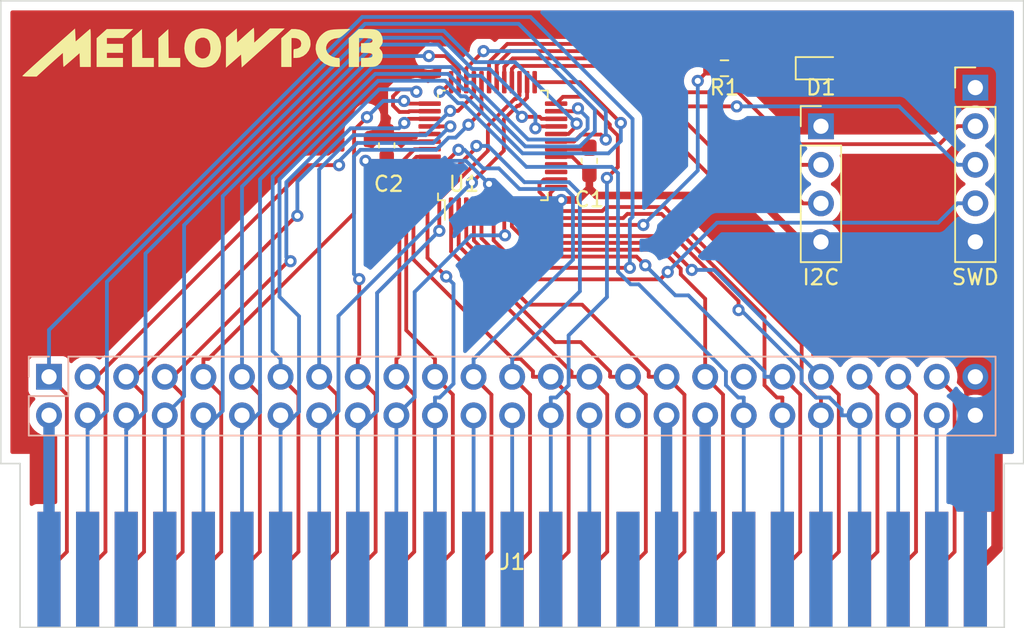
<source format=kicad_pcb>
(kicad_pcb (version 20211014) (generator pcbnew)
  (layers (0 "F.Cu" signal) (31 "B.Cu" signal) (34 "B.Paste" user) (35 "F.Paste" user) (36 "B.SilkS" user "B.Silkscreen") (37 "F.SilkS" user "F.Silkscreen") (38 "B.Mask" user) (39 "F.Mask" user) (44 "Edge.Cuts" user))
  (net 0 "")
  (net 1 "GND")
  (net 2 "Net-(C1-Pad2)")
  (net 3 "+5V")
  (net 4 "Net-(D1-Pad1)")
  (net 5 "/~{I{slash}O_SELECT}")
  (net 6 "/A0")
  (net 7 "/A1")
  (net 8 "/A2")
  (net 9 "/A3")
  (net 10 "/A4")
  (net 11 "/A5")
  (net 12 "/A6")
  (net 13 "/A7")
  (net 14 "/A8")
  (net 15 "/A9")
  (net 16 "/A10")
  (net 17 "/A11")
  (net 18 "/A12")
  (net 19 "/A13")
  (net 20 "/A14")
  (net 21 "/A15")
  (net 22 "/R{slash}W")
  (net 24 "/~{I{slash}0_STROBE}")
  (net 25 "/RDY")
  (net 26 "/~{DMA}")
  (net 27 "/INT_OUT")
  (net 28 "/DMA_OUT")
  (net 29 "/DMA_IN")
  (net 30 "/INT_IN")
  (net 31 "/~{NMI}")
  (net 32 "/~{IRQ}")
  (net 33 "/~{RES}")
  (net 34 "/~{INH}")
  (net 35 "/-12V")
  (net 36 "/-5V")
  (net 38 "/7M")
  (net 39 "/Q3")
  (net 40 "/PHI1")
  (net 41 "/USER_1")
  (net 42 "/PHI0")
  (net 43 "/~{DEVICE_SELECT}")
  (net 44 "/D7")
  (net 45 "/D6")
  (net 46 "/D5")
  (net 47 "/D4")
  (net 48 "/D3")
  (net 49 "/D2")
  (net 50 "/D1")
  (net 51 "/D0")
  (net 52 "/+12V")
  (net 55 "/SDA1")
  (net 56 "/SCL1")
  (net 57 "/ICE_DAT")
  (net 58 "/ICE_CLK")
  (net 59 "/~{RST}")
  (net 60 "Net-(R1-Pad2)")
  (footprint "Connector_PinHeader_2.54mm:PinHeader_1x05_P2.54mm_Vertical" (layer "F.Cu") (at 160.02 133.355)
    (fp_text reference "J4" hide)
    (fp_text value "SWD")
  )
  (footprint "toyoshim:Connector_Edge_02x25_AppleII" (layer "F.Cu") (at 129.54 165.1)
    (fp_text reference "J1")
    (fp_text value "AppleIIPeripheralConnector")
  )
  (footprint "LED_SMD:LED_0603_1608Metric_Pad1.05x0.95mm_HandSolder" (layer "F.Cu") (at 149.86 132.08)
    (fp_text reference "D1")
    (fp_text value "LED")
  )
  (footprint "toyoshim:MellowPCB" (layer "F.Cu") (at 109.22 131.064)
    (fp_text reference "G1" hide)
    (fp_text value "LOGO" hide)
  )
  (footprint "Capacitor_SMD:C_0603_1608Metric_Pad1.08x0.95mm_HandSolder" (layer "F.Cu") (at 121.285 137.16 -90)
    (fp_text reference "C2")
    (fp_text value "0.2u")
  )
  (footprint "Resistor_SMD:R_0603_1608Metric_Pad0.98x0.95mm_HandSolder" (layer "F.Cu") (at 143.51 132.08 180)
    (fp_text reference "R1")
    (fp_text value "R")
  )
  (footprint "Connector_PinHeader_2.54mm:PinHeader_1x04_P2.54mm_Vertical" (layer "F.Cu") (at 149.86 135.9)
    (fp_text reference "J3" hide)
    (fp_text value "I2C")
  )
  (footprint "Capacitor_SMD:C_0603_1608Metric_Pad1.08x0.95mm_HandSolder" (layer "F.Cu") (at 134.62 138.176 90)
    (fp_text reference "C1")
    (fp_text value "1u")
  )
  (footprint "Package_QFP:LQFP-48_7x7mm_P0.5mm" (layer "F.Cu") (at 128.27 137.16 90)
    (fp_text reference "U1")
    (fp_text value "NUC029LAN")
  )
  (footprint "toyoshim:PinHeader_2x25_P2.54mm_Vertical_Clockwise" (layer "B.Cu") (at 99.06 152.4 -90)
    (fp_text reference "J2" hide)
    (fp_text value "Conn_02x25_Counter_Clockwise")
  )
  (gr_line (start 97.155 168.91) (end 97.155 158.115) (layer "Edge.Cuts") (width 0.1))
  (gr_line (start 95.885 127.635) (end 163.195 127.635) (layer "Edge.Cuts") (width 0.1))
  (gr_line (start 163.195 158.115) (end 161.925 158.115) (layer "Edge.Cuts") (width 0.1))
  (gr_line (start 95.885 158.115) (end 95.885 127.635) (layer "Edge.Cuts") (width 0.1))
  (gr_line (start 161.925 158.115) (end 161.925 168.91) (layer "Edge.Cuts") (width 0.1))
  (gr_line (start 97.155 158.115) (end 95.885 158.115) (layer "Edge.Cuts") (width 0.1))
  (gr_line (start 163.195 127.635) (end 163.195 158.115) (layer "Edge.Cuts") (width 0.1))
  (gr_line (start 161.925 168.91) (end 97.155 168.91) (layer "Edge.Cuts") (width 0.1))
  (segment (start 119.888 138.176) (end 121.132 138.176) (width 0.25) (layer "F.Cu") (net 1))
  (segment (start 145.4979 140.4582) (end 135.0904 140.4582) (width 0.5) (layer "F.Cu") (net 1))
  (segment (start 135.0904 140.4582) (end 134.62 139.9878) (width 0.5) (layer "F.Cu") (net 1))
  (segment (start 133.8495 140.7583) (end 132.7723 140.7583) (width 0.5) (layer "F.Cu") (net 1))
  (segment (start 132.4325 137.91) (end 133.492 137.91) (width 0.25) (layer "F.Cu") (net 1))
  (segment (start 121.2085 138.099) (end 121.285 138.0225) (width 0.5) (layer "F.Cu") (net 1))
  (segment (start 134.62 139.9878) (end 134.62 139.0385) (width 0.5) (layer "F.Cu") (net 1))
  (segment (start 134.62 139.9878) (end 133.8495 140.7583) (width 0.5) (layer "F.Cu") (net 1))
  (segment (start 128.02 141.322) (end 128.02 141.3225) (width 0.25) (layer "F.Cu") (net 1))
  (segment (start 121.132 138.176) (end 121.2085 138.099) (width 0.25) (layer "F.Cu") (net 1))
  (segment (start 133.492 137.91) (end 134.62 139.038) (width 0.25) (layer "F.Cu") (net 1))
  (segment (start 132.432 137.91) (end 132.4325 137.91) (width 0.25) (layer "F.Cu") (net 1))
  (segment (start 134.62 139.038) (end 134.62 139.0385) (width 0.5) (layer "F.Cu") (net 1))
  (segment (start 121.2085 138.099) (end 121.285 138.022) (width 0.25) (layer "F.Cu") (net 1))
  (segment (start 128.02 139.704) (end 128.016 139.7) (width 0.25) (layer "F.Cu") (net 1))
  (segment (start 128.02 141.322) (end 128.02 139.704) (width 0.25) (layer "F.Cu") (net 1))
  (segment (start 149.86 143.52) (end 148.5597 143.52) (width 0.5) (layer "F.Cu") (net 1))
  (segment (start 148.5597 143.52) (end 145.4979 140.4582) (width 0.5) (layer "F.Cu") (net 1))
  (via (at 132.7723 140.7583) (size 0.8) (drill 0.4) (layers "F.Cu" "B.Cu") (net 1))
  (via (at 128.016 139.7) (size 0.8) (drill 0.4) (layers "F.Cu" "B.Cu") (net 1))
  (via (at 119.888 138.176) (size 0.8) (drill 0.4) (layers "F.Cu" "B.Cu") (net 1))
  (segment (start 160.02 143.515) (end 161.445 144.94) (width 0.75) (layer "B.Cu") (net 1))
  (segment (start 160.02 165.1) (end 160.02 154.94) (width 0.75) (layer "B.Cu") (net 1))
  (segment (start 128.016 139.7) (end 129.0743 140.7583) (width 0.5) (layer "B.Cu") (net 1))
  (segment (start 126.492 138.176) (end 128.016 139.7) (width 0.25) (layer "B.Cu") (net 1))
  (segment (start 161.445 144.94) (end 161.445 153.515) (width 0.75) (layer "B.Cu") (net 1))
  (segment (start 119.888 138.176) (end 126.492 138.176) (width 0.25) (layer "B.Cu") (net 1))
  (segment (start 160.015 143.52) (end 160.02 143.515) (width 0.75) (layer "B.Cu") (net 1))
  (segment (start 161.445 153.515) (end 160.02 154.94) (width 0.75) (layer "B.Cu") (net 1))
  (segment (start 149.86 143.52) (end 160.015 143.52) (width 0.75) (layer "B.Cu") (net 1))
  (segment (start 129.0743 140.7583) (end 132.7723 140.7583) (width 0.5) (layer "B.Cu") (net 1))
  (segment (start 134.524 137.41) (end 132.4325 137.41) (width 0.25) (layer "F.Cu") (net 2))
  (segment (start 132.4325 137.41) (end 132.432 137.41) (width 0.25) (layer "F.Cu") (net 2))
  (segment (start 134.62 137.314) (end 134.524 137.41) (width 0.25) (layer "F.Cu") (net 2))
  (segment (start 134.62 137.314) (end 134.62 137.3135) (width 0.25) (layer "F.Cu") (net 2))
  (segment (start 121.398 136.41) (end 124.1075 136.41) (width 0.25) (layer "F.Cu") (net 3))
  (segment (start 124.1075 136.41) (end 124.108 136.41) (width 0.25) (layer "F.Cu") (net 3))
  (segment (start 152.01 133.75) (end 152.01 133.355) (width 0.75) (layer "F.Cu") (net 3))
  (segment (start 121.124 133.0054) (end 121.124 136.1365) (width 0.5) (layer "F.Cu") (net 3))
  (segment (start 124.108 136.91) (end 124.1075 136.91) (width 0.25) (layer "F.Cu") (net 3))
  (segment (start 121.898 136.91) (end 121.285 136.298) (width 0.25) (layer "F.Cu") (net 3))
  (segment (start 161.445 153.825) (end 160.02 152.4) (width 0.75) (layer "F.Cu") (net 3))
  (segment (start 160.02 152.4) (end 161.925 150.495) (width 0.75) (layer "F.Cu") (net 3))
  (segment (start 121.124 136.1365) (end 121.285 136.2975) (width 0.5) (layer "F.Cu") (net 3))
  (segment (start 149.86 135.9) (end 152.01 133.75) (width 0.75) (layer "F.Cu") (net 3))
  (segment (start 148.5515 129.8965) (end 124.2329 129.8965) (width 0.5) (layer "F.Cu") (net 3))
  (segment (start 150.735 132.08) (end 148.5515 129.8965) (width 0.5) (layer "F.Cu") (net 3))
  (segment (start 161.445 163.675) (end 161.445 153.825) (width 0.75) (layer "F.Cu") (net 3))
  (segment (start 161.925 150.495) (end 161.925 135.26) (width 0.75) (layer "F.Cu") (net 3))
  (segment (start 160.02 133.355) (end 152.01 133.355) (width 0.75) (layer "F.Cu") (net 3))
  (segment (start 121.285 136.298) (end 121.398 136.41) (width 0.25) (layer "F.Cu") (net 3))
  (segment (start 121.285 136.2975) (end 121.285 136.298) (width 0.5) (layer "F.Cu") (net 3))
  (segment (start 124.2329 129.8965) (end 121.124 133.0054) (width 0.5) (layer "F.Cu") (net 3))
  (segment (start 160.02 165.1) (end 161.445 163.675) (width 0.75) (layer "F.Cu") (net 3))
  (segment (start 124.1075 136.91) (end 121.898 136.91) (width 0.25) (layer "F.Cu") (net 3))
  (segment (start 161.925 135.26) (end 160.02 133.355) (width 0.75) (layer "F.Cu") (net 3))
  (segment (start 152.01 133.355) (end 150.735 132.08) (width 0.75) (layer "F.Cu") (net 3))
  (segment (start 148.985 132.08) (end 144.4225 132.08) (width 0.25) (layer "F.Cu") (net 4))
  (segment (start 144.4225 132.08) (end 144.422 132.08) (width 0.25) (layer "F.Cu") (net 4))
  (segment (start 100.235 163.925) (end 100.235 153.575) (width 0.25) (layer "F.Cu") (net 5))
  (segment (start 127.52 143.2779) (end 127.52 141.3225) (width 0.25) (layer "F.Cu") (net 5))
  (segment (start 99.06 165.1) (end 100.235 163.925) (width 0.25) (layer "F.Cu") (net 5))
  (segment (start 137.2818 145.2237) (end 129.4658 145.2237) (width 0.25) (layer "F.Cu") (net 5))
  (segment (start 100.235 153.575) (end 99.06 152.4) (width 0.25) (layer "F.Cu") (net 5))
  (segment (start 129.4658 145.2237) (end 127.52 143.2779) (width 0.25) (layer "F.Cu") (net 5))
  (via (at 137.2818 145.2237) (size 0.8) (drill 0.4) (layers "F.Cu" "B.Cu") (net 5))
  (segment (start 137.2818 142.0531) (end 137.2818 145.2237) (width 0.25) (layer "B.Cu") (net 5))
  (segment (start 137.4612 135.42) (end 137.4612 141.8737) (width 0.25) (layer "B.Cu") (net 5))
  (segment (start 130.7443 128.7031) (end 137.4612 135.42) (width 0.25) (layer "B.Cu") (net 5))
  (segment (start 137.4612 141.8737) (end 137.2818 142.0531) (width 0.25) (layer "B.Cu") (net 5))
  (segment (start 119.6713 128.7031) (end 130.7443 128.7031) (width 0.25) (layer "B.Cu") (net 5))
  (segment (start 99.06 149.3144) (end 119.6713 128.7031) (width 0.25) (layer "B.Cu") (net 5))
  (segment (start 99.06 152.4) (end 99.06 149.3144) (width 0.25) (layer "B.Cu") (net 5))
  (segment (start 101.8991 152.6991) (end 101.6 152.4) (width 0.25) (layer "F.Cu") (net 6))
  (segment (start 101.8991 152.6991) (end 116.1365 138.4617) (width 0.25) (layer "F.Cu") (net 6))
  (segment (start 116.1365 138.4617) (end 118.1472 138.4617) (width 0.25) (layer "F.Cu") (net 6))
  (segment (start 101.6 165.1) (end 102.775 163.925) (width 0.25) (layer "F.Cu") (net 6))
  (segment (start 124.1075 135.91) (end 125.468 135.91) (width 0.25) (layer "F.Cu") (net 6))
  (segment (start 102.775 163.925) (end 102.775 153.575) (width 0.25) (layer "F.Cu") (net 6))
  (segment (start 102.775 153.575) (end 101.8991 152.6991) (width 0.25) (layer "F.Cu") (net 6))
  (via (at 118.1472 138.4617) (size 0.8) (drill 0.4) (layers "F.Cu" "B.Cu") (net 6))
  (via (at 125.468 135.91) (size 0.8) (drill 0.4) (layers "F.Cu" "B.Cu") (net 6))
  (segment (start 124.3525 137.0002) (end 125.4427 135.91) (width 0.25) (layer "B.Cu") (net 6))
  (segment (start 118.1472 138.4617) (end 118.1472 138.1923) (width 0.25) (layer "B.Cu") (net 6))
  (segment (start 119.3393 137.0002) (end 124.3525 137.0002) (width 0.25) (layer "B.Cu") (net 6))
  (segment (start 118.1472 138.1923) (end 119.3393 137.0002) (width 0.25) (layer "B.Cu") (net 6))
  (segment (start 125.4427 135.91) (end 125.468 135.91) (width 0.25) (layer "B.Cu") (net 6))
  (segment (start 104.4391 152.6991) (end 104.14 152.4) (width 0.25) (layer "F.Cu") (net 7))
  (segment (start 122.7122 135.41) (end 122.4389 135.6833) (width 0.25) (layer "F.Cu") (net 7))
  (segment (start 124.1075 135.41) (end 122.7122 135.41) (width 0.25) (layer "F.Cu") (net 7))
  (segment (start 105.315 153.575) (end 104.4391 152.6991) (width 0.25) (layer "F.Cu") (net 7))
  (segment (start 115.3393 141.7989) (end 115.4043 141.7989) (width 0.25) (layer "F.Cu") (net 7))
  (segment (start 105.315 163.925) (end 105.315 153.575) (width 0.25) (layer "F.Cu") (net 7))
  (segment (start 104.4391 152.6991) (end 115.3393 141.7989) (width 0.25) (layer "F.Cu") (net 7))
  (segment (start 104.14 165.1) (end 105.315 163.925) (width 0.25) (layer "F.Cu") (net 7))
  (via (at 122.4389 135.6833) (size 0.8) (drill 0.4) (layers "F.Cu" "B.Cu") (net 7))
  (via (at 115.4043 141.7989) (size 0.8) (drill 0.4) (layers "F.Cu" "B.Cu") (net 7))
  (segment (start 122.0887 136.0335) (end 118.9128 136.0335) (width 0.25) (layer "B.Cu") (net 7))
  (segment (start 122.4389 135.6833) (end 122.0887 136.0335) (width 0.25) (layer "B.Cu") (net 7))
  (segment (start 118.9128 136.0335) (end 115.4043 139.542) (width 0.25) (layer "B.Cu") (net 7))
  (segment (start 115.4043 139.542) (end 115.4043 141.7989) (width 0.25) (layer "B.Cu") (net 7))
  (segment (start 107.855 153.575) (end 106.9416 152.6616) (width 0.25) (layer "F.Cu") (net 8))
  (segment (start 124.1075 134.91) (end 122.773 134.91) (width 0.25) (layer "F.Cu") (net 8))
  (segment (start 106.9416 152.6616) (end 106.68 152.4) (width 0.25) (layer "F.Cu") (net 8))
  (segment (start 122.1242 134.9579) (end 121.6993 134.533) (width 0.25) (layer "F.Cu") (net 8))
  (segment (start 114.8148 144.7884) (end 114.954 144.7884) (width 0.25) (layer "F.Cu") (net 8))
  (segment (start 122.1594 133.4721) (end 123.0789 133.4721) (width 0.25) (layer "F.Cu") (net 8))
  (segment (start 106.9416 152.6616) (end 114.8148 144.7884) (width 0.25) (layer "F.Cu") (net 8))
  (segment (start 121.6993 134.533) (end 121.6993 133.9322) (width 0.25) (layer "F.Cu") (net 8))
  (segment (start 121.6993 133.9322) (end 122.1594 133.4721) (width 0.25) (layer "F.Cu") (net 8))
  (segment (start 106.68 165.1) (end 107.855 163.925) (width 0.25) (layer "F.Cu") (net 8))
  (segment (start 123.0789 133.4721) (end 123.2342 133.6274) (width 0.25) (layer "F.Cu") (net 8))
  (segment (start 122.773 134.91) (end 122.7251 134.9579) (width 0.25) (layer "F.Cu") (net 8))
  (segment (start 122.7251 134.9579) (end 122.1242 134.9579) (width 0.25) (layer "F.Cu") (net 8))
  (segment (start 107.855 163.925) (end 107.855 153.575) (width 0.25) (layer "F.Cu") (net 8))
  (via (at 123.2342 133.6274) (size 0.8) (drill 0.4) (layers "F.Cu" "B.Cu") (net 8))
  (via (at 114.954 144.7884) (size 0.8) (drill 0.4) (layers "F.Cu" "B.Cu") (net 8))
  (segment (start 114.954 144.7884) (end 114.6789 144.5133) (width 0.25) (layer "B.Cu") (net 8))
  (segment (start 120.7896 133.4721) (end 123.0789 133.4721) (width 0.25) (layer "B.Cu") (net 8))
  (segment (start 114.6789 144.5133) (end 114.6789 139.5828) (width 0.25) (layer "B.Cu") (net 8))
  (segment (start 114.6789 139.5828) (end 120.7896 133.4721) (width 0.25) (layer "B.Cu") (net 8))
  (segment (start 123.0789 133.4721) (end 123.2342 133.6274) (width 0.25) (layer "B.Cu") (net 8))
  (segment (start 109.22 165.1) (end 110.395 163.925) (width 0.25) (layer "F.Cu") (net 9))
  (segment (start 109.5435 151.2247) (end 119.1373 141.6309) (width 0.25) (layer "F.Cu") (net 9))
  (segment (start 119.1373 141.6309) (end 119.1373 136.1505) (width 0.25) (layer "F.Cu") (net 9))
  (segment (start 119.1373 136.1505) (end 119.985 135.3028) (width 0.25) (layer "F.Cu") (net 9))
  (segment (start 124.1075 134.41) (end 122.602 134.41) (width 0.25) (layer "F.Cu") (net 9))
  (segment (start 109.22 151.2247) (end 109.5435 151.2247) (width 0.25) (layer "F.Cu") (net 9))
  (segment (start 110.395 163.925) (end 110.395 153.575) (width 0.25) (layer "F.Cu") (net 9))
  (segment (start 109.22 152.4) (end 109.22 151.2247) (width 0.25) (layer "F.Cu") (net 9))
  (segment (start 110.395 153.575) (end 109.22 152.4) (width 0.25) (layer "F.Cu") (net 9))
  (segment (start 122.602 134.41) (end 122.4246 134.2326) (width 0.25) (layer "F.Cu") (net 9))
  (via (at 119.985 135.3028) (size 0.8) (drill 0.4) (layers "F.Cu" "B.Cu") (net 9))
  (via (at 122.4246 134.2326) (size 0.8) (drill 0.4) (layers "F.Cu" "B.Cu") (net 9))
  (segment (start 121.0552 134.2326) (end 122.4246 134.2326) (width 0.25) (layer "B.Cu") (net 9))
  (segment (start 119.985 135.3028) (end 121.0552 134.2326) (width 0.25) (layer "B.Cu") (net 9))
  (segment (start 126.02 132.1463) (end 125.1498 131.2761) (width 0.25) (layer "F.Cu") (net 10))
  (segment (start 112.935 163.925) (end 112.935 153.575) (width 0.25) (layer "F.Cu") (net 10))
  (segment (start 126.02 132.9975) (end 126.02 132.1463) (width 0.25) (layer "F.Cu") (net 10))
  (segment (start 125.1498 131.2761) (end 124.0558 131.2761) (width 0.25) (layer "F.Cu") (net 10))
  (segment (start 112.935 153.575) (end 111.76 152.4) (width 0.25) (layer "F.Cu") (net 10))
  (segment (start 111.76 165.1) (end 112.935 163.925) (width 0.25) (layer "F.Cu") (net 10))
  (via (at 124.0558 131.2761) (size 0.8) (drill 0.4) (layers "F.Cu" "B.Cu") (net 10))
  (segment (start 111.76 139.8729) (end 120.3568 131.2761) (width 0.25) (layer "B.Cu") (net 10))
  (segment (start 111.76 152.4) (end 111.76 151.2247) (width 0.25) (layer "B.Cu") (net 10))
  (segment (start 120.3568 131.2761) (end 124.0558 131.2761) (width 0.25) (layer "B.Cu") (net 10))
  (segment (start 111.76 151.2247) (end 111.76 139.8729) (width 0.25) (layer "B.Cu") (net 10))
  (segment (start 126.52 132.9975) (end 126.52 132.0862) (width 0.25) (layer "F.Cu") (net 11))
  (segment (start 114.3 165.1) (end 115.475 163.925) (width 0.25) (layer "F.Cu") (net 11))
  (segment (start 126.52 132.0862) (end 127.6557 130.9505) (width 0.25) (layer "F.Cu") (net 11))
  (segment (start 115.475 163.925) (end 115.475 153.575) (width 0.25) (layer "F.Cu") (net 11))
  (segment (start 115.475 153.575) (end 114.3 152.4) (width 0.25) (layer "F.Cu") (net 11))
  (via (at 127.6557 130.9505) (size 0.8) (drill 0.4) (layers "F.Cu" "B.Cu") (net 11))
  (segment (start 127.6557 130.9505) (end 131.1249 130.9505) (width 0.25) (layer "B.Cu") (net 11))
  (segment (start 125.3221 132.4517) (end 120.5346 132.4517) (width 0.25) (layer "B.Cu") (net 11))
  (segment (start 133.9928 137.227) (end 130.4052 137.227) (width 0.25) (layer "B.Cu") (net 11))
  (segment (start 114.3 152.4) (end 114.3 151.2247) (width 0.25) (layer "B.Cu") (net 11))
  (segment (start 126.3474 133.477) (end 125.3221 132.4517) (width 0.25) (layer "B.Cu") (net 11))
  (segment (start 134.9804 134.806) (end 134.9804 136.2394) (width 0.25) (layer "B.Cu") (net 11))
  (segment (start 131.1249 130.9505) (end 134.9804 134.806) (width 0.25) (layer "B.Cu") (net 11))
  (segment (start 134.9804 136.2394) (end 133.9928 137.227) (width 0.25) (layer "B.Cu") (net 11))
  (segment (start 130.4052 137.227) (end 126.6552 133.477) (width 0.25) (layer "B.Cu") (net 11))
  (segment (start 113.7783 139.208) (end 113.7783 150.703) (width 0.25) (layer "B.Cu") (net 11))
  (segment (start 126.6552 133.477) (end 126.3474 133.477) (width 0.25) (layer "B.Cu") (net 11))
  (segment (start 120.5346 132.4517) (end 113.7783 139.208) (width 0.25) (layer "B.Cu") (net 11))
  (segment (start 113.7783 150.703) (end 114.3 151.2247) (width 0.25) (layer "B.Cu") (net 11))
  (segment (start 116.84 165.1) (end 118.015 163.925) (width 0.25) (layer "F.Cu") (net 12))
  (segment (start 125.979 134.8853) (end 125.456 134.8853) (width 0.25) (layer "F.Cu") (net 12))
  (segment (start 127.02 132.9975) (end 127.02 133.8443) (width 0.25) (layer "F.Cu") (net 12))
  (segment (start 118.015 163.925) (end 118.015 153.575) (width 0.25) (layer "F.Cu") (net 12))
  (segment (start 127.02 133.8443) (end 125.979 134.8853) (width 0.25) (layer "F.Cu") (net 12))
  (segment (start 118.015 153.575) (end 116.84 152.4) (width 0.25) (layer "F.Cu") (net 12))
  (via (at 125.456 134.8853) (size 0.8) (drill 0.4) (layers "F.Cu" "B.Cu") (net 12))
  (segment (start 119.0993 136.4839) (end 123.8574 136.4839) (width 0.25) (layer "B.Cu") (net 12))
  (segment (start 116.84 152.4) (end 116.84 151.2247) (width 0.25) (layer "B.Cu") (net 12))
  (segment (start 123.8574 136.4839) (end 125.456 134.8853) (width 0.25) (layer "B.Cu") (net 12))
  (segment (start 116.84 138.7432) (end 119.0993 136.4839) (width 0.25) (layer "B.Cu") (net 12))
  (segment (start 116.84 151.2247) (end 116.84 138.7432) (width 0.25) (layer "B.Cu") (net 12))
  (segment (start 119.38 152.4) (end 119.38 151.2247) (width 0.25) (layer "F.Cu") (net 13))
  (segment (start 119.4746 151.1301) (end 119.38 151.2247) (width 0.25) (layer "F.Cu") (net 13))
  (segment (start 127.52 134.944) (end 126.6629 135.8011) (width 0.25) (layer "F.Cu") (net 13))
  (segment (start 119.4746 145.971) (end 119.4746 151.1301) (width 0.25) (layer "F.Cu") (net 13))
  (segment (start 119.38 165.1) (end 120.555 163.925) (width 0.25) (layer "F.Cu") (net 13))
  (segment (start 120.555 163.925) (end 120.555 153.575) (width 0.25) (layer "F.Cu") (net 13))
  (segment (start 127.52 132.9975) (end 127.52 134.944) (width 0.25) (layer "F.Cu") (net 13))
  (segment (start 120.555 153.575) (end 119.38 152.4) (width 0.25) (layer "F.Cu") (net 13))
  (via (at 126.6629 135.8011) (size 0.8) (drill 0.4) (layers "F.Cu" "B.Cu") (net 13))
  (via (at 119.4746 145.971) (size 0.8) (drill 0.4) (layers "F.Cu" "B.Cu") (net 13))
  (segment (start 119.4746 145.971) (end 119.1298 145.6262) (width 0.25) (layer "B.Cu") (net 13))
  (segment (start 124.5506 137.4506) (end 125.352 136.6492) (width 0.25) (layer "B.Cu") (net 13))
  (segment (start 119.5521 137.4506) (end 124.5506 137.4506) (width 0.25) (layer "B.Cu") (net 13))
  (segment (start 125.352 136.6492) (end 125.8148 136.6492) (width 0.25) (layer "B.Cu") (net 13))
  (segment (start 119.1298 137.8729) (end 119.5521 137.4506) (width 0.25) (layer "B.Cu") (net 13))
  (segment (start 119.1298 145.6262) (end 119.1298 137.8729) (width 0.25) (layer "B.Cu") (net 13))
  (segment (start 125.8148 136.6492) (end 126.6629 135.8011) (width 0.25) (layer "B.Cu") (net 13))
  (segment (start 122.1182 138.4044) (end 122.1182 151.0265) (width 0.25) (layer "F.Cu") (net 14))
  (segment (start 121.92 165.1) (end 123.095 163.925) (width 0.25) (layer "F.Cu") (net 14))
  (segment (start 124.1075 137.41) (end 123.1126 137.41) (width 0.25) (layer "F.Cu") (net 14))
  (segment (start 122.1182 151.0265) (end 121.92 151.2247) (width 0.25) (layer "F.Cu") (net 14))
  (segment (start 123.095 153.575) (end 121.92 152.4) (width 0.25) (layer "F.Cu") (net 14))
  (segment (start 123.095 163.925) (end 123.095 153.575) (width 0.25) (layer "F.Cu") (net 14))
  (segment (start 123.1126 137.41) (end 122.1182 138.4044) (width 0.25) (layer "F.Cu") (net 14))
  (segment (start 121.92 152.4) (end 121.92 151.2247) (width 0.25) (layer "F.Cu") (net 14))
  (segment (start 122.5686 149.3333) (end 122.5686 138.5909) (width 0.25) (layer "F.Cu") (net 15))
  (segment (start 124.46 165.1) (end 125.635 163.925) (width 0.25) (layer "F.Cu") (net 15))
  (segment (start 125.635 163.925) (end 125.635 153.575) (width 0.25) (layer "F.Cu") (net 15))
  (segment (start 124.46 152.4) (end 124.46 151.2247) (width 0.25) (layer "F.Cu") (net 15))
  (segment (start 124.46 151.2247) (end 122.5686 149.3333) (width 0.25) (layer "F.Cu") (net 15))
  (segment (start 123.2495 137.91) (end 124.1075 137.91) (width 0.25) (layer "F.Cu") (net 15))
  (segment (start 122.5686 138.5909) (end 123.2495 137.91) (width 0.25) (layer "F.Cu") (net 15))
  (segment (start 125.635 153.575) (end 124.46 152.4) (width 0.25) (layer "F.Cu") (net 15))
  (segment (start 125.0449 138.41) (end 126.0052 137.4497) (width 0.25) (layer "F.Cu") (net 16))
  (segment (start 127 165.1) (end 128.175 163.925) (width 0.25) (layer "F.Cu") (net 16))
  (segment (start 124.1075 138.41) (end 125.0449 138.41) (width 0.25) (layer "F.Cu") (net 16))
  (segment (start 128.175 163.925) (end 128.175 153.575) (width 0.25) (layer "F.Cu") (net 16))
  (segment (start 128.175 153.575) (end 127 152.4) (width 0.25) (layer "F.Cu") (net 16))
  (via (at 126.0052 137.4497) (size 0.8) (drill 0.4) (layers "F.Cu" "B.Cu") (net 16))
  (segment (start 133.5389 140.4991) (end 133.5389 144.6858) (width 0.25) (layer "B.Cu") (net 16))
  (segment (start 128.6627 138.6748) (end 130.0209 140.033) (width 0.25) (layer "B.Cu") (net 16))
  (segment (start 126.0052 137.4497) (end 126.4052 137.4497) (width 0.25) (layer "B.Cu") (net 16))
  (segment (start 127 152.4) (end 127 151.2247) (width 0.25) (layer "B.Cu") (net 16))
  (segment (start 133.0728 140.033) (end 133.5389 140.4991) (width 0.25) (layer "B.Cu") (net 16))
  (segment (start 133.5389 144.6858) (end 127 151.2247) (width 0.25) (layer "B.Cu") (net 16))
  (segment (start 126.4052 137.4497) (end 127.6303 138.6748) (width 0.25) (layer "B.Cu") (net 16))
  (segment (start 127.6303 138.6748) (end 128.6627 138.6748) (width 0.25) (layer "B.Cu") (net 16))
  (segment (start 130.0209 140.033) (end 133.0728 140.033) (width 0.25) (layer "B.Cu") (net 16))
  (segment (start 130.715 153.575) (end 129.54 152.4) (width 0.25) (layer "F.Cu") (net 17))
  (segment (start 124.1075 138.91) (end 125.5744 138.91) (width 0.25) (layer "F.Cu") (net 17))
  (segment (start 127.1849 137.2995) (end 127.1849 137.1969) (width 0.25) (layer "F.Cu") (net 17))
  (segment (start 125.5744 138.91) (end 127.1849 137.2995) (width 0.25) (layer "F.Cu") (net 17))
  (segment (start 130.715 163.925) (end 130.715 153.575) (width 0.25) (layer "F.Cu") (net 17))
  (segment (start 129.54 165.1) (end 130.715 163.925) (width 0.25) (layer "F.Cu") (net 17))
  (via (at 127.1849 137.1969) (size 0.8) (drill 0.4) (layers "F.Cu" "B.Cu") (net 17))
  (segment (start 133.2773 139.5826) (end 130.3443 139.5826) (width 0.25) (layer "B.Cu") (net 17))
  (segment (start 129.54 151.2247) (end 133.9949 146.7698) (width 0.25) (layer "B.Cu") (net 17))
  (segment (start 133.9949 146.7698) (end 133.9949 140.3002) (width 0.25) (layer "B.Cu") (net 17))
  (segment (start 130.3443 139.5826) (end 127.9586 137.1969) (width 0.25) (layer "B.Cu") (net 17))
  (segment (start 129.54 152.4) (end 129.54 151.2247) (width 0.25) (layer "B.Cu") (net 17))
  (segment (start 127.9586 137.1969) (end 127.1849 137.1969) (width 0.25) (layer "B.Cu") (net 17))
  (segment (start 133.9949 140.3002) (end 133.2773 139.5826) (width 0.25) (layer "B.Cu") (net 17))
  (segment (start 133.255 163.925) (end 133.255 153.575) (width 0.25) (layer "F.Cu") (net 18))
  (segment (start 123.2909 139.41) (end 124.1075 139.41) (width 0.25) (layer "F.Cu") (net 18))
  (segment (start 123.0415 144.6767) (end 123.0415 139.6594) (width 0.25) (layer "F.Cu") (net 18))
  (segment (start 132.08 152.4) (end 130.9047 152.4) (width 0.25) (layer "F.Cu") (net 18))
  (segment (start 132.08 165.1) (end 133.255 163.925) (width 0.25) (layer "F.Cu") (net 18))
  (segment (start 129.5895 151.2247) (end 123.0415 144.6767) (width 0.25) (layer "F.Cu") (net 18))
  (segment (start 130.9047 152.0326) (end 130.0968 151.2247) (width 0.25) (layer "F.Cu") (net 18))
  (segment (start 133.255 153.575) (end 132.08 152.4) (width 0.25) (layer "F.Cu") (net 18))
  (segment (start 130.0968 151.2247) (end 129.5895 151.2247) (width 0.25) (layer "F.Cu") (net 18))
  (segment (start 123.0415 139.6594) (end 123.2909 139.41) (width 0.25) (layer "F.Cu") (net 18))
  (segment (start 130.9047 152.4) (end 130.9047 152.0326) (width 0.25) (layer "F.Cu") (net 18))
  (segment (start 125.52 141.3225) (end 125.52 144.1491) (width 0.25) (layer "F.Cu") (net 19))
  (segment (start 134.62 152.4) (end 133.4447 152.4) (width 0.25) (layer "F.Cu") (net 19))
  (segment (start 135.795 163.925) (end 135.795 153.575) (width 0.25) (layer "F.Cu") (net 19))
  (segment (start 135.795 153.575) (end 134.62 152.4) (width 0.25) (layer "F.Cu") (net 19))
  (segment (start 125.52 144.1491) (end 133.4447 152.0738) (width 0.25) (layer "F.Cu") (net 19))
  (segment (start 133.4447 152.0738) (end 133.4447 152.4) (width 0.25) (layer "F.Cu") (net 19))
  (segment (start 134.62 165.1) (end 135.795 163.925) (width 0.25) (layer "F.Cu") (net 19))
  (segment (start 126.02 141.3225) (end 126.02 143.7686) (width 0.25) (layer "F.Cu") (net 20))
  (segment (start 137.16 165.1) (end 138.335 163.925) (width 0.25) (layer "F.Cu") (net 20))
  (segment (start 137.16 152.4) (end 135.9847 152.4) (width 0.25) (layer "F.Cu") (net 20))
  (segment (start 134.0409 150.1133) (end 135.9847 152.0571) (width 0.25) (layer "F.Cu") (net 20))
  (segment (start 138.335 153.575) (end 137.16 152.4) (width 0.25) (layer "F.Cu") (net 20))
  (segment (start 126.02 143.7686) (end 132.3647 150.1133) (width 0.25) (layer "F.Cu") (net 20))
  (segment (start 135.9847 152.0571) (end 135.9847 152.4) (width 0.25) (layer "F.Cu") (net 20))
  (segment (start 132.3647 150.1133) (end 134.0409 150.1133) (width 0.25) (layer "F.Cu") (net 20))
  (segment (start 138.335 163.925) (end 138.335 153.575) (width 0.25) (layer "F.Cu") (net 20))
  (segment (start 140.875 153.575) (end 139.7 152.4) (width 0.25) (layer "F.Cu") (net 21))
  (segment (start 139.7 165.1) (end 140.875 163.925) (width 0.25) (layer "F.Cu") (net 21))
  (segment (start 126.52 143.5595) (end 130.611 147.6505) (width 0.25) (layer "F.Cu") (net 21))
  (segment (start 134.1425 147.6505) (end 138.5247 152.0327) (width 0.25) (layer "F.Cu") (net 21))
  (segment (start 139.7 152.4) (end 138.5247 152.4) (width 0.25) (layer "F.Cu") (net 21))
  (segment (start 126.52 141.3225) (end 126.52 143.5595) (width 0.25) (layer "F.Cu") (net 21))
  (segment (start 138.5247 152.0327) (end 138.5247 152.4) (width 0.25) (layer "F.Cu") (net 21))
  (segment (start 130.611 147.6505) (end 134.1425 147.6505) (width 0.25) (layer "F.Cu") (net 21))
  (segment (start 140.875 163.925) (end 140.875 153.575) (width 0.25) (layer "F.Cu") (net 21))
  (segment (start 139.3767 144.0313) (end 131.0489 144.0313) (width 0.25) (layer "F.Cu") (net 22))
  (segment (start 143.415 153.575) (end 142.24 152.4) (width 0.25) (layer "F.Cu") (net 22))
  (segment (start 142.24 147.2646) (end 142.2399 147.2646) (width 0.25) (layer "F.Cu") (net 22))
  (segment (start 142.24 152.4) (end 142.24 151.2247) (width 0.25) (layer "F.Cu") (net 22))
  (segment (start 129.52 142.5024) (end 129.52 141.3225) (width 0.25) (layer "F.Cu") (net 22))
  (segment (start 142.24 165.1) (end 143.415 163.925) (width 0.25) (layer "F.Cu") (net 22))
  (segment (start 131.0489 144.0313) (end 129.52 142.5024) (width 0.25) (layer "F.Cu") (net 22))
  (segment (start 143.415 163.925) (end 143.415 153.575) (width 0.25) (layer "F.Cu") (net 22))
  (segment (start 140.6322 145.2868) (end 139.3767 144.0313) (width 0.25) (layer "F.Cu") (net 22))
  (segment (start 142.2399 147.2646) (end 140.6322 145.6569) (width 0.25) (layer "F.Cu") (net 22))
  (segment (start 140.6322 145.6569) (end 140.6322 145.2868) (width 0.25) (layer "F.Cu") (net 22))
  (segment (start 142.24 151.2247) (end 142.24 147.2646) (width 0.25) (layer "F.Cu") (net 22))
  (segment (start 138.2994 145.0584) (end 137.7226 144.4816) (width 0.25) (layer "F.Cu") (net 24))
  (segment (start 129.3869 144.4816) (end 128.319 143.4137) (width 0.25) (layer "F.Cu") (net 24))
  (segment (start 128.52 142.1586) (end 128.52 141.3225) (width 0.25) (layer "F.Cu") (net 24))
  (segment (start 137.7226 144.4816) (end 129.3869 144.4816) (width 0.25) (layer "F.Cu") (net 24))
  (segment (start 148.495 153.575) (end 147.32 152.4) (width 0.25) (layer "F.Cu") (net 24))
  (segment (start 128.319 143.4137) (end 128.319 142.3596) (width 0.25) (layer "F.Cu") (net 24))
  (segment (start 128.319 142.3596) (end 128.52 142.1586) (width 0.25) (layer "F.Cu") (net 24))
  (segment (start 147.32 165.1) (end 148.495 163.925) (width 0.25) (layer "F.Cu") (net 24))
  (segment (start 148.495 163.925) (end 148.495 153.575) (width 0.25) (layer "F.Cu") (net 24))
  (via (at 138.2994 145.0584) (size 0.8) (drill 0.4) (layers "F.Cu" "B.Cu") (net 24))
  (segment (start 141.136 147.0403) (end 146.1447 152.049) (width 0.25) (layer "B.Cu") (net 24))
  (segment (start 147.32 152.4) (end 146.1447 152.4) (width 0.25) (layer "B.Cu") (net 24))
  (segment (start 138.2994 145.0584) (end 140.2813 147.0403) (width 0.25) (layer "B.Cu") (net 24))
  (segment (start 146.1447 152.049) (end 146.1447 152.4) (width 0.25) (layer "B.Cu") (net 24))
  (segment (start 140.2813 147.0403) (end 141.136 147.0403) (width 0.25) (layer "B.Cu") (net 24))
  (segment (start 141.3613 145.3603) (end 139.582 143.581) (width 0.25) (layer "F.Cu") (net 25))
  (segment (start 151.035 153.575) (end 149.86 152.4) (width 0.25) (layer "F.Cu") (net 25))
  (segment (start 149.86 165.1) (end 151.035 163.925) (width 0.25) (layer "F.Cu") (net 25))
  (segment (start 139.582 143.581) (end 131.2539 143.581) (width 0.25) (layer "F.Cu") (net 25))
  (segment (start 130.02 142.3471) (end 130.02 141.3225) (width 0.25) (layer "F.Cu") (net 25))
  (segment (start 131.2539 143.581) (end 130.02 142.3471) (width 0.25) (layer "F.Cu") (net 25))
  (segment (start 151.035 163.925) (end 151.035 153.575) (width 0.25) (layer "F.Cu") (net 25))
  (via (at 141.3613 145.3603) (size 0.8) (drill 0.4) (layers "F.Cu" "B.Cu") (net 25))
  (segment (start 142.8203 145.3603) (end 141.3613 145.3603) (width 0.25) (layer "B.Cu") (net 25))
  (segment (start 149.86 152.4) (end 142.8203 145.3603) (width 0.25) (layer "B.Cu") (net 25))
  (segment (start 153.575 153.575) (end 152.4 152.4) (width 0.25) (layer "F.Cu") (net 26))
  (segment (start 153.575 163.925) (end 153.575 153.575) (width 0.25) (layer "F.Cu") (net 26))
  (segment (start 152.4 165.1) (end 153.575 163.925) (width 0.25) (layer "F.Cu") (net 26))
  (segment (start 154.94 152.4) (end 156.115 153.575) (width 0.25) (layer "F.Cu") (net 27))
  (segment (start 156.115 163.925) (end 154.94 165.1) (width 0.25) (layer "F.Cu") (net 27))
  (segment (start 156.115 153.575) (end 156.115 163.925) (width 0.25) (layer "F.Cu") (net 27))
  (segment (start 158.655 163.925) (end 158.655 153.575) (width 0.25) (layer "F.Cu") (net 28))
  (segment (start 157.48 165.1) (end 158.655 163.925) (width 0.25) (layer "F.Cu") (net 28))
  (segment (start 158.655 153.575) (end 157.48 152.4) (width 0.25) (layer "F.Cu") (net 28))
  (segment (start 157.48 154.94) (end 157.48 165.1) (width 0.25) (layer "B.Cu") (net 29))
  (segment (start 154.94 165.1) (end 154.94 154.94) (width 0.25) (layer "B.Cu") (net 30))
  (segment (start 140.1577 143.1307) (end 131.4405 143.1307) (width 0.25) (layer "F.Cu") (net 31))
  (segment (start 144.4359 148.0037) (end 144.4359 147.4089) (width 0.25) (layer "F.Cu") (net 31))
  (segment (start 130.52 142.2102) (end 130.52 141.3225) (width 0.25) (layer "F.Cu") (net 31))
  (segment (start 144.4359 147.4089) (end 140.1577 143.1307) (width 0.25) (layer "F.Cu") (net 31))
  (segment (start 131.4405 143.1307) (end 130.52 142.2102) (width 0.25) (layer "F.Cu") (net 31))
  (via (at 144.4359 148.0037) (size 0.8) (drill 0.4) (layers "F.Cu" "B.Cu") (net 31))
  (segment (start 152.4 154.94) (end 152.4 165.1) (width 0.25) (layer "B.Cu") (net 31))
  (segment (start 151.2247 154.5726) (end 150.4168 153.7647) (width 0.25) (layer "B.Cu") (net 31))
  (segment (start 152.4 154.94) (end 151.2247 154.94) (width 0.25) (layer "B.Cu") (net 31))
  (segment (start 149.5237 153.7647) (end 148.59 152.831) (width 0.25) (layer "B.Cu") (net 31))
  (segment (start 144.5979 148.0037) (end 144.4359 148.0037) (width 0.25) (layer "B.Cu") (net 31))
  (segment (start 148.59 152.831) (end 148.59 151.9958) (width 0.25) (layer "B.Cu") (net 31))
  (segment (start 150.4168 153.7647) (end 149.5237 153.7647) (width 0.25) (layer "B.Cu") (net 31))
  (segment (start 151.2247 154.94) (end 151.2247 154.5726) (width 0.25) (layer "B.Cu") (net 31))
  (segment (start 148.59 151.9958) (end 144.5979 148.0037) (width 0.25) (layer "B.Cu") (net 31))
  (segment (start 135.7316 141.2201) (end 135.468 141.4837) (width 0.25) (layer "F.Cu") (net 32))
  (segment (start 132.047 140.2955) (end 132.4325 139.91) (width 0.25) (layer "F.Cu") (net 32))
  (segment (start 148.59 150.242) (end 139.5681 141.2201) (width 0.25) (layer "F.Cu") (net 32))
  (segment (start 148.59 152.7976) (end 148.59 150.242) (width 0.25) (layer "F.Cu") (net 32))
  (segment (start 149.5571 153.7647) (end 148.59 152.7976) (width 0.25) (layer "F.Cu") (net 32))
  (segment (start 135.468 141.4837) (end 132.4281 141.4837) (width 0.25) (layer "F.Cu") (net 32))
  (segment (start 149.86 153.7647) (end 149.5571 153.7647) (width 0.25) (layer "F.Cu") (net 32))
  (segment (start 149.86 154.94) (end 149.86 153.7647) (width 0.25) (layer "F.Cu") (net 32))
  (segment (start 132.4281 141.4837) (end 132.047 141.1026) (width 0.25) (layer "F.Cu") (net 32))
  (segment (start 132.047 141.1026) (end 132.047 140.2955) (width 0.25) (layer "F.Cu") (net 32))
  (segment (start 139.5681 141.2201) (end 135.7316 141.2201) (width 0.25) (layer "F.Cu") (net 32))
  (segment (start 149.86 165.1) (end 149.86 154.94) (width 0.25) (layer "B.Cu") (net 32))
  (segment (start 131.3354 139.7029) (end 131.6283 139.41) (width 0.25) (layer "F.Cu") (net 33))
  (segment (start 147.32 153.7647) (end 146.9526 153.7647) (width 0.25) (layer "F.Cu") (net 33))
  (segment (start 136.8432 141.9489) (end 132.2268 141.9489) (width 0.25) (layer "F.Cu") (net 33))
  (segment (start 146.1447 152.9568) (end 146.1447 148.4483) (width 0.25) (layer "F.Cu") (net 33))
  (segment (start 132.2268 141.9489) (end 131.5966 141.3187) (width 0.25) (layer "F.Cu") (net 33))
  (segment (start 131.6283 139.41) (end 132.4325 139.41) (width 0.25) (layer "F.Cu") (net 33))
  (segment (start 147.32 154.94) (end 147.32 153.7647) (width 0.25) (layer "F.Cu") (net 33))
  (segment (start 146.1447 148.4483) (end 139.3703 141.6739) (width 0.25) (layer "F.Cu") (net 33))
  (segment (start 139.3703 141.6739) (end 137.1182 141.6739) (width 0.25) (layer "F.Cu") (net 33))
  (segment (start 131.5966 140.4866) (end 131.3354 140.2254) (width 0.25) (layer "F.Cu") (net 33))
  (segment (start 137.1182 141.6739) (end 136.8432 141.9489) (width 0.25) (layer "F.Cu") (net 33))
  (segment (start 131.3354 140.2254) (end 131.3354 139.7029) (width 0.25) (layer "F.Cu") (net 33))
  (segment (start 131.5966 141.3187) (end 131.5966 140.4866) (width 0.25) (layer "F.Cu") (net 33))
  (segment (start 146.9526 153.7647) (end 146.1447 152.9568) (width 0.25) (layer "F.Cu") (net 33))
  (segment (start 147.32 154.94) (end 147.32 165.1) (width 0.25) (layer "B.Cu") (net 33))
  (segment (start 124.8901 133.6274) (end 124.7692 133.6274) (width 0.25) (layer "F.Cu") (net 34))
  (segment (start 125.52 132.9975) (end 124.8901 133.6274) (width 0.25) (layer "F.Cu") (net 34))
  (via (at 124.7692 133.6274) (size 0.8) (drill 0.4) (layers "F.Cu" "B.Cu") (net 34))
  (segment (start 144.78 153.7647) (end 144.4126 153.7647) (width 0.25) (layer "B.Cu") (net 34))
  (segment (start 125.224 133.6274) (end 124.7692 133.6274) (width 0.25) (layer "B.Cu") (net 34))
  (segment (start 125.9742 134.3776) (end 125.224 133.6274) (width 0.25) (layer "B.Cu") (net 34))
  (segment (start 137.3359 146.3132) (end 136.5034 145.4807) (width 0.25) (layer "B.Cu") (net 34))
  (segment (start 144.78 165.1) (end 144.78 154.94) (width 0.25) (layer "B.Cu") (net 34))
  (segment (start 144.78 154.94) (end 144.78 153.7647) (width 0.25) (layer "B.Cu") (net 34))
  (segment (start 137.868 146.3132) (end 137.3359 146.3132) (width 0.25) (layer "B.Cu") (net 34))
  (segment (start 136.5034 145.4807) (end 136.5034 138.9913) (width 0.25) (layer "B.Cu") (net 34))
  (segment (start 143.6047 152.0499) (end 137.868 146.3132) (width 0.25) (layer "B.Cu") (net 34))
  (segment (start 144.4126 153.7647) (end 143.6047 152.9568) (width 0.25) (layer "B.Cu") (net 34))
  (segment (start 126.2761 134.3776) (end 125.9742 134.3776) (width 0.25) (layer "B.Cu") (net 34))
  (segment (start 136.09 138.5779) (end 130.4764 138.5779) (width 0.25) (layer "B.Cu") (net 34))
  (segment (start 143.6047 152.9568) (end 143.6047 152.0499) (width 0.25) (layer "B.Cu") (net 34))
  (segment (start 136.5034 138.9913) (end 136.09 138.5779) (width 0.25) (layer "B.Cu") (net 34))
  (segment (start 130.4764 138.5779) (end 126.2761 134.3776) (width 0.25) (layer "B.Cu") (net 34))
  (segment (start 142.24 154.94) (end 142.24 165.1) (width 0.75) (layer "B.Cu") (net 35))
  (segment (start 139.7 165.1) (end 139.7 154.94) (width 0.75) (layer "B.Cu") (net 36))
  (segment (start 134.62 154.94) (end 134.62 165.1) (width 0.25) (layer "B.Cu") (net 38))
  (segment (start 136.4915 138.5875) (end 136.4915 136.5125) (width 0.25) (layer "F.Cu") (net 39))
  (segment (start 135.9632 135.9842) (end 135.9632 135.7842) (width 0.25) (layer "F.Cu") (net 39))
  (segment (start 132.8825 133.96) (end 132.4325 134.41) (width 0.25) (layer "F.Cu") (net 39))
  (segment (start 136.4915 136.5125) (end 135.9632 135.9842) (width 0.25) (layer "F.Cu") (net 39))
  (segment (start 134.139 133.96) (end 132.8825 133.96) (width 0.25) (layer "F.Cu") (net 39))
  (segment (start 135.7757 139.3033) (end 136.4915 138.5875) (width 0.25) (layer "F.Cu") (net 39))
  (segment (start 135.9632 135.7842) (end 134.139 133.96) (width 0.25) (layer "F.Cu") (net 39))
  (via (at 135.7757 139.3033) (size 0.8) (drill 0.4) (layers "F.Cu" "B.Cu") (net 39))
  (segment (start 132.08 165.1) (end 132.08 154.94) (width 0.25) (layer "B.Cu") (net 39))
  (segment (start 133.2553 149.6713) (end 133.2553 152.9568) (width 0.25) (layer "B.Cu") (net 39))
  (segment (start 132.08 154.94) (end 132.08 153.7647) (width 0.25) (layer "B.Cu") (net 39))
  (segment (start 132.4474 153.7647) (end 132.08 153.7647) (width 0.25) (layer "B.Cu") (net 39))
  (segment (start 133.2553 152.9568) (end 132.4474 153.7647) (width 0.25) (layer "B.Cu") (net 39))
  (segment (start 135.7757 139.3033) (end 135.7757 147.1509) (width 0.25) (layer "B.Cu") (net 39))
  (segment (start 135.7757 147.1509) (end 133.2553 149.6713) (width 0.25) (layer "B.Cu") (net 39))
  (segment (start 129.54 154.94) (end 129.54 165.1) (width 0.25) (layer "B.Cu") (net 40))
  (segment (start 127 165.1) (end 127 154.94) (width 0.25) (layer "B.Cu") (net 41))
  (segment (start 123.9677 144.5679) (end 123.9677 140.0498) (width 0.25) (layer "F.Cu") (net 42))
  (segment (start 123.9677 140.0498) (end 124.1075 139.91) (width 0.25) (layer "F.Cu") (net 42))
  (segment (start 125.1963 145.7965) (end 123.9677 144.5679) (width 0.25) (layer "F.Cu") (net 42))
  (via (at 125.1963 145.7965) (size 0.8) (drill 0.4) (layers "F.Cu" "B.Cu") (net 42))
  (segment (start 124.46 153.7647) (end 124.7718 153.7647) (width 0.25) (layer "B.Cu") (net 42))
  (segment (start 124.7718 153.7647) (end 125.6774 152.8591) (width 0.25) (layer "B.Cu") (net 42))
  (segment (start 125.6774 146.2776) (end 125.1963 145.7965) (width 0.25) (layer "B.Cu") (net 42))
  (segment (start 124.46 154.94) (end 124.46 153.7647) (width 0.25) (layer "B.Cu") (net 42))
  (segment (start 125.6774 152.8591) (end 125.6774 146.2776) (width 0.25) (layer "B.Cu") (net 42))
  (segment (start 124.46 154.94) (end 124.46 165.1) (width 0.25) (layer "B.Cu") (net 42))
  (segment (start 129.02 143.0355) (end 129.0686 143.0841) (width 0.25) (layer "F.Cu") (net 43))
  (segment (start 129.02 141.3225) (end 129.02 143.0355) (width 0.25) (layer "F.Cu") (net 43))
  (via (at 129.0686 143.0841) (size 0.8) (drill 0.4) (layers "F.Cu" "B.Cu") (net 43))
  (segment (start 123.1245 153.7472) (end 123.1245 146.8088) (width 0.25) (layer "B.Cu") (net 43))
  (segment (start 121.92 154.9517) (end 121.92 154.94) (width 0.25) (layer "B.Cu") (net 43))
  (segment (start 121.92 165.1) (end 121.92 154.9517) (width 0.25) (layer "B.Cu") (net 43))
  (segment (start 121.92 154.9517) (end 123.1245 153.7472) (width 0.25) (layer "B.Cu") (net 43))
  (segment (start 126.8492 143.0841) (end 129.0686 143.0841) (width 0.25) (layer "B.Cu") (net 43))
  (segment (start 123.1245 146.8088) (end 126.8492 143.0841) (width 0.25) (layer "B.Cu") (net 43))
  (segment (start 129.7969 134.1033) (end 129.6958 134.1033) (width 0.25) (layer "F.Cu") (net 44))
  (segment (start 127.9412 135.8579) (end 127.9412 137.517) (width 0.25) (layer "F.Cu") (net 44))
  (segment (start 127.9412 137.517) (end 124.7439 140.7143) (width 0.25) (layer "F.Cu") (net 44))
  (segment (start 129.6958 134.1033) (end 127.9412 135.8579) (width 0.25) (layer "F.Cu") (net 44))
  (segment (start 124.7439 140.7143) (end 124.7439 142.7865) (width 0.25) (layer "F.Cu") (net 44))
  (segment (start 130.02 133.8802) (end 129.7969 134.1033) (width 0.25) (layer "F.Cu") (net 44))
  (segment (start 130.02 132.9975) (end 130.02 133.8802) (width 0.25) (layer "F.Cu") (net 44))
  (via (at 124.7439 142.7865) (size 0.8) (drill 0.4) (layers "F.Cu" "B.Cu") (net 44))
  (segment (start 119.38 155.9135) (end 119.38 165.1) (width 0.25) (layer "B.Cu") (net 44))
  (segment (start 120.6503 154.6432) (end 120.6503 146.8801) (width 0.25) (layer "B.Cu") (net 44))
  (segment (start 120.6503 146.8801) (end 124.7439 142.7865) (width 0.25) (layer "B.Cu") (net 44))
  (segment (start 119.38 154.94) (end 119.38 155.9135) (width 0.25) (layer "B.Cu") (net 44))
  (segment (start 119.38 155.9135) (end 120.6503 154.6432) (width 0.25) (layer "B.Cu") (net 44))
  (segment (start 130.52 132.9975) (end 130.52 134.0172) (width 0.25) (layer "F.Cu") (net 45))
  (segment (start 129.9836 134.5536) (end 129.8824 134.5536) (width 0.25) (layer "F.Cu") (net 45))
  (segment (start 129.8824 134.5536) (end 128.9893 135.4467) (width 0.25) (layer "F.Cu") (net 45))
  (segment (start 128.9893 135.4467) (end 128.9893 137.5091) (width 0.25) (layer "F.Cu") (net 45))
  (segment (start 130.52 134.0172) (end 129.9836 134.5536) (width 0.25) (layer "F.Cu") (net 45))
  (segment (start 128.9893 137.5091) (end 126.8908 139.6076) (width 0.25) (layer "F.Cu") (net 45))
  (via (at 126.8908 139.6076) (size 0.8) (drill 0.4) (layers "F.Cu" "B.Cu") (net 45))
  (segment (start 116.84 165.1) (end 116.84 155.9135) (width 0.25) (layer "B.Cu") (net 45))
  (segment (start 116.84 155.9135) (end 116.84 154.94) (width 0.25) (layer "B.Cu") (net 45))
  (segment (start 116.84 155.9135) (end 118.11 154.6435) (width 0.25) (layer "B.Cu") (net 45))
  (segment (start 118.11 154.6435) (end 118.11 148.3884) (width 0.25) (layer "B.Cu") (net 45))
  (segment (start 118.11 148.3884) (end 126.8908 139.6076) (width 0.25) (layer "B.Cu") (net 45))
  (segment (start 136.6885 135.6838) (end 134.0022 132.9975) (width 0.25) (layer "F.Cu") (net 46))
  (segment (start 134.0022 132.9975) (end 131.02 132.9975) (width 0.25) (layer "F.Cu") (net 46))
  (via (at 136.6885 135.6838) (size 0.8) (drill 0.4) (layers "F.Cu" "B.Cu") (net 46))
  (segment (start 114.3 154.94) (end 114.3 155.9135) (width 0.25) (layer "B.Cu") (net 46))
  (segment (start 120.7212 132.902) (end 125.1355 132.902) (width 0.25) (layer "B.Cu") (net 46))
  (segment (start 114.2286 147.1282) (end 114.2286 139.3946) (width 0.25) (layer "B.Cu") (net 46))
  (segment (start 130.2259 137.6847) (end 135.8755 137.6847) (width 0.25) (layer "B.Cu") (net 46))
  (segment (start 126.1608 133.9273) (end 126.4685 133.9273) (width 0.25) (layer "B.Cu") (net 46))
  (segment (start 125.1355 132.902) (end 126.1608 133.9273) (width 0.25) (layer "B.Cu") (net 46))
  (segment (start 114.2286 139.3946) (end 120.7212 132.902) (width 0.25) (layer "B.Cu") (net 46))
  (segment (start 114.3 155.9135) (end 114.3 165.1) (width 0.25) (layer "B.Cu") (net 46))
  (segment (start 135.8755 137.6847) (end 136.6885 136.8717) (width 0.25) (layer "B.Cu") (net 46))
  (segment (start 126.4685 133.9273) (end 130.2259 137.6847) (width 0.25) (layer "B.Cu") (net 46))
  (segment (start 136.6885 136.8717) (end 136.6885 135.6838) (width 0.25) (layer "B.Cu") (net 46))
  (segment (start 115.5133 148.4129) (end 114.2286 147.1282) (width 0.25) (layer "B.Cu") (net 46))
  (segment (start 115.5133 154.7002) (end 115.5133 148.4129) (width 0.25) (layer "B.Cu") (net 46))
  (segment (start 114.3 155.9135) (end 115.5133 154.7002) (width 0.25) (layer "B.Cu") (net 46))
  (segment (start 133.6858 134.91) (end 133.8719 134.7239) (width 0.25) (layer "F.Cu") (net 47))
  (segment (start 132.4325 134.91) (end 133.6858 134.91) (width 0.25) (layer "F.Cu") (net 47))
  (via (at 133.8719 134.7239) (size 0.8) (drill 0.4) (layers "F.Cu" "B.Cu") (net 47))
  (segment (start 120.3439 132.0014) (end 125.5087 132.0014) (width 0.25) (layer "B.Cu") (net 47))
  (segment (start 111.76 165.1) (end 111.76 155.9135) (width 0.25) (layer "B.Cu") (net 47))
  (segment (start 111.76 155.9135) (end 112.9467 154.7268) (width 0.25) (layer "B.Cu") (net 47))
  (segment (start 134.5039 135.3559) (end 133.8719 134.7239) (width 0.25) (layer "B.Cu") (net 47))
  (segment (start 126.8419 133.0267) (end 130.5919 136.7767) (width 0.25) (layer "B.Cu") (net 47))
  (segment (start 130.5919 136.7767) (end 133.7749 136.7767) (width 0.25) (layer "B.Cu") (net 47))
  (segment (start 112.9467 154.7268) (end 112.9467 139.3986) (width 0.25) (layer "B.Cu") (net 47))
  (segment (start 112.9467 139.3986) (end 120.3439 132.0014) (width 0.25) (layer "B.Cu") (net 47))
  (segment (start 134.5039 136.0477) (end 134.5039 135.3559) (width 0.25) (layer "B.Cu") (net 47))
  (segment (start 126.534 133.0267) (end 126.8419 133.0267) (width 0.25) (layer "B.Cu") (net 47))
  (segment (start 133.7749 136.7767) (end 134.5039 136.0477) (width 0.25) (layer "B.Cu") (net 47))
  (segment (start 111.76 155.9135) (end 111.76 154.94) (width 0.25) (layer "B.Cu") (net 47))
  (segment (start 125.5087 132.0014) (end 126.534 133.0267) (width 0.25) (layer "B.Cu") (net 47))
  (segment (start 130.1828 135.2789) (end 131.3427 135.2789) (width 0.25) (layer "F.Cu") (net 48))
  (segment (start 131.4738 135.41) (end 132.4325 135.41) (width 0.25) (layer "F.Cu") (net 48))
  (segment (start 131.3427 135.2789) (end 131.4738 135.41) (width 0.25) (layer "F.Cu") (net 48))
  (via (at 130.1828 135.2789) (size 0.8) (drill 0.4) (layers "F.Cu" "B.Cu") (net 48))
  (segment (start 109.22 154.94) (end 109.22 155.9135) (width 0.25) (layer "B.Cu") (net 48))
  (segment (start 124.6648 130.5206) (end 126.7206 132.5764) (width 0.25) (layer "B.Cu") (net 48))
  (segment (start 127.4803 132.5764) (end 130.1828 135.2789) (width 0.25) (layer "B.Cu") (net 48))
  (segment (start 110.49 154.6435) (end 110.49 140.5057) (width 0.25) (layer "B.Cu") (net 48))
  (segment (start 109.22 155.9135) (end 110.49 154.6435) (width 0.25) (layer "B.Cu") (net 48))
  (segment (start 109.22 155.9135) (end 109.22 165.1) (width 0.25) (layer "B.Cu") (net 48))
  (segment (start 120.4751 130.5206) (end 124.6648 130.5206) (width 0.25) (layer "B.Cu") (net 48))
  (segment (start 110.49 140.5057) (end 120.4751 130.5206) (width 0.25) (layer "B.Cu") (net 48))
  (segment (start 126.7206 132.5764) (end 127.4803 132.5764) (width 0.25) (layer "B.Cu") (net 48))
  (segment (start 131.1899 135.91) (end 131.0689 136.031) (width 0.25) (layer "F.Cu") (net 49))
  (segment (start 132.4325 135.91) (end 131.1899 135.91) (width 0.25) (layer "F.Cu") (net 49))
  (via (at 131.0689 136.031) (size 0.8) (drill 0.4) (layers "F.Cu" "B.Cu") (net 49))
  (segment (start 106.68 154.9458) (end 107.95 153.6758) (width 0.25) (layer "B.Cu") (net 49))
  (segment (start 128.0559 132.1261) (end 131.0689 135.1391) (width 0.25) (layer "B.Cu") (net 49))
  (segment (start 131.0689 135.1391) (end 131.0689 136.031) (width 0.25) (layer "B.Cu") (net 49))
  (segment (start 107.95 142.4088) (end 120.2886 130.0702) (width 0.25) (layer "B.Cu") (net 49))
  (segment (start 106.68 165.1) (end 106.68 154.9458) (width 0.25) (layer "B.Cu") (net 49))
  (segment (start 106.68 154.9458) (end 106.68 154.94) (width 0.25) (layer "B.Cu") (net 49))
  (segment (start 126.9072 132.1261) (end 128.0559 132.1261) (width 0.25) (layer "B.Cu") (net 49))
  (segment (start 124.8513 130.0702) (end 126.9072 132.1261) (width 0.25) (layer "B.Cu") (net 49))
  (segment (start 107.95 153.6758) (end 107.95 142.4088) (width 0.25) (layer "B.Cu") (net 49))
  (segment (start 120.2886 130.0702) (end 124.8513 130.0702) (width 0.25) (layer "B.Cu") (net 49))
  (segment (start 133.7786 135.87) (end 133.7786 135.7243) (width 0.25) (layer "F.Cu") (net 50))
  (segment (start 132.4325 136.41) (end 133.2386 136.41) (width 0.25) (layer "F.Cu") (net 50))
  (segment (start 133.2386 136.41) (end 133.7786 135.87) (width 0.25) (layer "F.Cu") (net 50))
  (via (at 133.7786 135.7243) (size 0.8) (drill 0.4) (layers "F.Cu" "B.Cu") (net 50))
  (segment (start 120.0732 129.6198) (end 125.0378 129.6198) (width 0.25) (layer "B.Cu") (net 50))
  (segment (start 105.41 154.6435) (end 105.41 144.283) (width 0.25) (layer "B.Cu") (net 50))
  (segment (start 127.0938 131.6758) (end 129.7301 131.6758) (width 0.25) (layer "B.Cu") (net 50))
  (segment (start 104.14 154.94) (end 104.14 155.9135) (width 0.25) (layer "B.Cu") (net 50))
  (segment (start 105.41 144.283) (end 120.0732 129.6198) (width 0.25) (layer "B.Cu") (net 50))
  (segment (start 104.14 155.9135) (end 104.14 165.1) (width 0.25) (layer "B.Cu") (net 50))
  (segment (start 129.7301 131.6758) (end 133.7786 135.7243) (width 0.25) (layer "B.Cu") (net 50))
  (segment (start 104.14 155.9135) (end 105.41 154.6435) (width 0.25) (layer "B.Cu") (net 50))
  (segment (start 125.0378 129.6198) (end 127.0938 131.6758) (width 0.25) (layer "B.Cu") (net 50))
  (segment (start 134.0684 136.4497) (end 135.3759 136.4497) (width 0.25) (layer "F.Cu") (net 51))
  (segment (start 132.4325 136.91) (end 133.6081 136.91) (width 0.25) (layer "F.Cu") (net 51))
  (segment (start 133.6081 136.91) (end 134.0684 136.4497) (width 0.25) (layer "F.Cu") (net 51))
  (segment (start 135.3759 136.4497) (end 135.7009 136.7747) (width 0.25) (layer "F.Cu") (net 51))
  (via (at 135.7009 136.7747) (size 0.8) (drill 0.4) (layers "F.Cu" "B.Cu") (net 51))
  (segment (start 102.87 146.1415) (end 119.8579 129.1536) (width 0.25) (layer "B.Cu") (net 51))
  (segment (start 101.6 155.9135) (end 102.87 154.6435) (width 0.25) (layer "B.Cu") (net 51))
  (segment (start 129.9649 129.1536) (end 135.7009 134.8896) (width 0.25) (layer "B.Cu") (net 51))
  (segment (start 102.87 154.6435) (end 102.87 146.1415) (width 0.25) (layer "B.Cu") (net 51))
  (segment (start 119.8579 129.1536) (end 129.9649 129.1536) (width 0.25) (layer "B.Cu") (net 51))
  (segment (start 135.7009 134.8896) (end 135.7009 136.7747) (width 0.25) (layer "B.Cu") (net 51))
  (segment (start 101.6 165.1) (end 101.6 155.9135) (width 0.25) (layer "B.Cu") (net 51))
  (segment (start 101.6 155.9135) (end 101.6 154.94) (width 0.25) (layer "B.Cu") (net 51))
  (segment (start 99.06 154.94) (end 99.06 165.1) (width 0.75) (layer "B.Cu") (net 52))
  (segment (start 136.7692 131.4303) (end 129.5773 131.4303) (width 0.25) (layer "F.Cu") (net 55))
  (segment (start 149.86 138.44) (end 148.6847 138.44) (width 0.25) (layer "F.Cu") (net 55))
  (segment (start 129.5773 131.4303) (end 129.02 131.9876) (width 0.25) (layer "F.Cu") (net 55))
  (segment (start 143.7789 138.44) (end 136.7692 131.4303) (width 0.25) (layer "F.Cu") (net 55))
  (segment (start 129.02 131.9876) (end 129.02 132.9975) (width 0.25) (layer "F.Cu") (net 55))
  (segment (start 148.6847 138.44) (end 143.7789 138.44) (width 0.25) (layer "F.Cu") (net 55))
  (segment (start 149.86 140.98) (end 148.6847 140.98) (width 0.25) (layer "F.Cu") (net 56))
  (segment (start 135.3263 131.9292) (end 129.7153 131.9292) (width 0.25) (layer "F.Cu") (net 56))
  (segment (start 143.2018 139.8047) (end 135.3263 131.9292) (width 0.25) (layer "F.Cu") (net 56))
  (segment (start 129.52 132.1245) (end 129.52 132.9975) (width 0.25) (layer "F.Cu") (net 56))
  (segment (start 129.7153 131.9292) (end 129.52 132.1245) (width 0.25) (layer "F.Cu") (net 56))
  (segment (start 147.5094 139.8047) (end 143.2018 139.8047) (width 0.25) (layer "F.Cu") (net 56))
  (segment (start 148.6847 140.98) (end 147.5094 139.8047) (width 0.25) (layer "F.Cu") (net 56))
  (segment (start 160.02 135.895) (end 158.8447 135.895) (width 0.25) (layer "F.Cu") (net 57))
  (segment (start 147.833 137.079) (end 144.4154 133.6614) (width 0.25) (layer "F.Cu") (net 57))
  (segment (start 128.02 131.675) (end 128.02 132.9975) (width 0.25) (layer "F.Cu") (net 57))
  (segment (start 129.2158 130.4792) (end 128.02 131.675) (width 0.25) (layer "F.Cu") (net 57))
  (segment (start 157.6607 137.079) (end 147.833 137.079) (width 0.25) (layer "F.Cu") (net 57))
  (segment (start 158.8447 135.895) (end 157.6607 137.079) (width 0.25) (layer "F.Cu") (net 57))
  (segment (start 137.0919 130.4792) (end 129.2158 130.4792) (width 0.25) (layer "F.Cu") (net 57))
  (segment (start 140.2741 133.6614) (end 137.0919 130.4792) (width 0.25) (layer "F.Cu") (net 57))
  (segment (start 144.4154 133.6614) (end 140.2741 133.6614) (width 0.25) (layer "F.Cu") (net 57))
  (segment (start 144.3203 134.5921) (end 140.5679 134.5921) (width 0.25) (layer "F.Cu") (net 58))
  (segment (start 129.4208 130.9498) (end 128.52 131.8506) (width 0.25) (layer "F.Cu") (net 58))
  (segment (start 128.52 131.8506) (end 128.52 132.9975) (width 0.25) (layer "F.Cu") (net 58))
  (segment (start 140.5679 134.5921) (end 136.9256 130.9498) (width 0.25) (layer "F.Cu") (net 58))
  (segment (start 136.9256 130.9498) (end 129.4208 130.9498) (width 0.25) (layer "F.Cu") (net 58))
  (via (at 144.3203 134.5921) (size 0.8) (drill 0.4) (layers "F.Cu" "B.Cu") (net 58))
  (segment (start 155.0018 134.5921) (end 144.3203 134.5921) (width 0.25) (layer "B.Cu") (net 58))
  (segment (start 158.8447 138.435) (end 155.0018 134.5921) (width 0.25) (layer "B.Cu") (net 58))
  (segment (start 160.02 138.435) (end 158.8447 138.435) (width 0.25) (layer "B.Cu") (net 58))
  (segment (start 129.5801 145.9827) (end 127.02 143.4226) (width 0.25) (layer "F.Cu") (net 59))
  (segment (start 139.2895 145.9827) (end 129.5801 145.9827) (width 0.25) (layer "F.Cu") (net 59))
  (segment (start 127.02 143.4226) (end 127.02 141.3225) (width 0.25) (layer "F.Cu") (net 59))
  (segment (start 139.7753 145.4969) (end 139.2895 145.9827) (width 0.25) (layer "F.Cu") (net 59))
  (via (at 139.7753 145.4969) (size 0.8) (drill 0.4) (layers "F.Cu" "B.Cu") (net 59))
  (segment (start 157.5697 142.25) (end 143.0222 142.25) (width 0.25) (layer "B.Cu") (net 59))
  (segment (start 143.0222 142.25) (end 139.7753 145.4969) (width 0.25) (layer "B.Cu") (net 59))
  (segment (start 160.02 140.975) (end 158.8447 140.975) (width 0.25) (layer "B.Cu") (net 59))
  (segment (start 158.8447 140.975) (end 157.5697 142.25) (width 0.25) (layer "B.Cu") (net 59))
  (segment (start 131.968 142.3993) (end 131.02 141.4513) (width 0.25) (layer "F.Cu") (net 60))
  (segment (start 142.5975 132.08) (end 142.585 132.08) (width 0.25) (layer "F.Cu") (net 60))
  (segment (start 138.1715 142.3993) (end 131.968 142.3993) (width 0.25) (layer "F.Cu") (net 60))
  (segment (start 142.585 132.08) (end 141.7521 132.9129) (width 0.25) (layer "F.Cu") (net 60))
  (segment (start 131.02 141.4513) (end 131.02 141.3225) (width 0.25) (layer "F.Cu") (net 60))
  (via (at 138.1715 142.3993) (size 0.8) (drill 0.4) (layers "F.Cu" "B.Cu") (net 60))
  (via (at 141.7521 132.9129) (size 0.8) (drill 0.4) (layers "F.Cu" "B.Cu") (net 60))
  (segment (start 141.7521 132.9129) (end 141.7521 138.8187) (width 0.25) (layer "B.Cu") (net 60))
  (segment (start 141.7521 138.8187) (end 138.1715 142.3993) (width 0.25) (layer "B.Cu") (net 60))
  (zone (net 3) (net_name "+5V") (layer "F.Cu") (connect_pads yes (clearance 0.508)) (min_thickness 0.254) (fill yes (thermal_gap 0.508) (thermal_bridge_width 0.508))
    (polygon (pts (xy 162.56 157.48) (xy 161.29 157.48) (xy 161.29 161.29) (xy 97.79 161.29) (xy 97.79 157.48) (xy 96.52 157.48) (xy 96.52 128.27) (xy 162.56 128.27)))
  )
  (zone (net 1) (net_name "GND") (layer "B.Cu") (connect_pads yes (clearance 0.508)) (min_thickness 0.254) (fill yes (thermal_gap 0.508) (thermal_bridge_width 0.508))
    (polygon (pts (xy 162.56 157.48) (xy 161.29 157.48) (xy 161.29 161.29) (xy 97.79 161.29) (xy 97.79 157.48) (xy 96.52 157.48) (xy 96.52 128.27) (xy 162.56 128.27)))
  )
)
</source>
